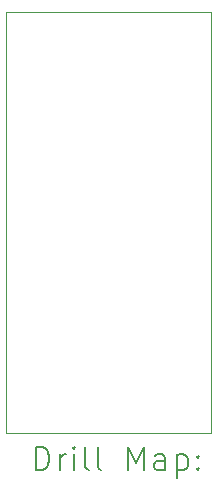
<source format=gbr>
%TF.GenerationSoftware,KiCad,Pcbnew,7.0.6*%
%TF.CreationDate,2023-09-04T21:12:19+01:00*%
%TF.ProjectId,TRSG3Mod,54525347-334d-46f6-942e-6b696361645f,rev?*%
%TF.SameCoordinates,Original*%
%TF.FileFunction,Drillmap*%
%TF.FilePolarity,Positive*%
%FSLAX45Y45*%
G04 Gerber Fmt 4.5, Leading zero omitted, Abs format (unit mm)*
G04 Created by KiCad (PCBNEW 7.0.6) date 2023-09-04 21:12:19*
%MOMM*%
%LPD*%
G01*
G04 APERTURE LIST*
%ADD10C,0.100000*%
%ADD11C,0.200000*%
G04 APERTURE END LIST*
D10*
X10691250Y-5037500D02*
X12427500Y-5037500D01*
X12427500Y-8602500D01*
X10691250Y-8602500D01*
X10691250Y-5037500D01*
D11*
X10947027Y-8918984D02*
X10947027Y-8718984D01*
X10947027Y-8718984D02*
X10994646Y-8718984D01*
X10994646Y-8718984D02*
X11023217Y-8728508D01*
X11023217Y-8728508D02*
X11042265Y-8747555D01*
X11042265Y-8747555D02*
X11051789Y-8766603D01*
X11051789Y-8766603D02*
X11061313Y-8804698D01*
X11061313Y-8804698D02*
X11061313Y-8833270D01*
X11061313Y-8833270D02*
X11051789Y-8871365D01*
X11051789Y-8871365D02*
X11042265Y-8890412D01*
X11042265Y-8890412D02*
X11023217Y-8909460D01*
X11023217Y-8909460D02*
X10994646Y-8918984D01*
X10994646Y-8918984D02*
X10947027Y-8918984D01*
X11147027Y-8918984D02*
X11147027Y-8785650D01*
X11147027Y-8823746D02*
X11156551Y-8804698D01*
X11156551Y-8804698D02*
X11166074Y-8795174D01*
X11166074Y-8795174D02*
X11185122Y-8785650D01*
X11185122Y-8785650D02*
X11204170Y-8785650D01*
X11270836Y-8918984D02*
X11270836Y-8785650D01*
X11270836Y-8718984D02*
X11261312Y-8728508D01*
X11261312Y-8728508D02*
X11270836Y-8738031D01*
X11270836Y-8738031D02*
X11280360Y-8728508D01*
X11280360Y-8728508D02*
X11270836Y-8718984D01*
X11270836Y-8718984D02*
X11270836Y-8738031D01*
X11394646Y-8918984D02*
X11375598Y-8909460D01*
X11375598Y-8909460D02*
X11366074Y-8890412D01*
X11366074Y-8890412D02*
X11366074Y-8718984D01*
X11499408Y-8918984D02*
X11480360Y-8909460D01*
X11480360Y-8909460D02*
X11470836Y-8890412D01*
X11470836Y-8890412D02*
X11470836Y-8718984D01*
X11727979Y-8918984D02*
X11727979Y-8718984D01*
X11727979Y-8718984D02*
X11794646Y-8861841D01*
X11794646Y-8861841D02*
X11861312Y-8718984D01*
X11861312Y-8718984D02*
X11861312Y-8918984D01*
X12042265Y-8918984D02*
X12042265Y-8814222D01*
X12042265Y-8814222D02*
X12032741Y-8795174D01*
X12032741Y-8795174D02*
X12013693Y-8785650D01*
X12013693Y-8785650D02*
X11975598Y-8785650D01*
X11975598Y-8785650D02*
X11956551Y-8795174D01*
X12042265Y-8909460D02*
X12023217Y-8918984D01*
X12023217Y-8918984D02*
X11975598Y-8918984D01*
X11975598Y-8918984D02*
X11956551Y-8909460D01*
X11956551Y-8909460D02*
X11947027Y-8890412D01*
X11947027Y-8890412D02*
X11947027Y-8871365D01*
X11947027Y-8871365D02*
X11956551Y-8852317D01*
X11956551Y-8852317D02*
X11975598Y-8842793D01*
X11975598Y-8842793D02*
X12023217Y-8842793D01*
X12023217Y-8842793D02*
X12042265Y-8833270D01*
X12137503Y-8785650D02*
X12137503Y-8985650D01*
X12137503Y-8795174D02*
X12156551Y-8785650D01*
X12156551Y-8785650D02*
X12194646Y-8785650D01*
X12194646Y-8785650D02*
X12213693Y-8795174D01*
X12213693Y-8795174D02*
X12223217Y-8804698D01*
X12223217Y-8804698D02*
X12232741Y-8823746D01*
X12232741Y-8823746D02*
X12232741Y-8880889D01*
X12232741Y-8880889D02*
X12223217Y-8899936D01*
X12223217Y-8899936D02*
X12213693Y-8909460D01*
X12213693Y-8909460D02*
X12194646Y-8918984D01*
X12194646Y-8918984D02*
X12156551Y-8918984D01*
X12156551Y-8918984D02*
X12137503Y-8909460D01*
X12318455Y-8899936D02*
X12327979Y-8909460D01*
X12327979Y-8909460D02*
X12318455Y-8918984D01*
X12318455Y-8918984D02*
X12308932Y-8909460D01*
X12308932Y-8909460D02*
X12318455Y-8899936D01*
X12318455Y-8899936D02*
X12318455Y-8918984D01*
X12318455Y-8795174D02*
X12327979Y-8804698D01*
X12327979Y-8804698D02*
X12318455Y-8814222D01*
X12318455Y-8814222D02*
X12308932Y-8804698D01*
X12308932Y-8804698D02*
X12318455Y-8795174D01*
X12318455Y-8795174D02*
X12318455Y-8814222D01*
M02*

</source>
